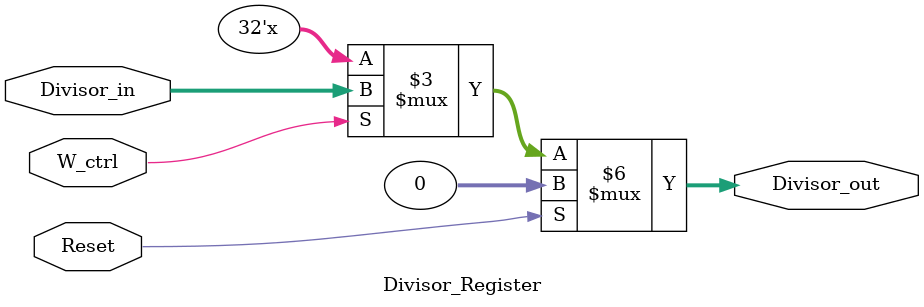
<source format=v>
module Divisor_Register (
	input Reset,
	input W_ctrl,
	input [31:0] Divisor_in,
	output reg [31:0] Divisor_out
);
	always @(*) begin
		if (Reset) begin
			Divisor_out <= 32'd0; //reset
		end
		else if (W_ctrl) begin
			Divisor_out <= Divisor_in; //load
		end
		else begin
			Divisor_out <= Divisor_out; // not change
		end 
	end

endmodule

</source>
